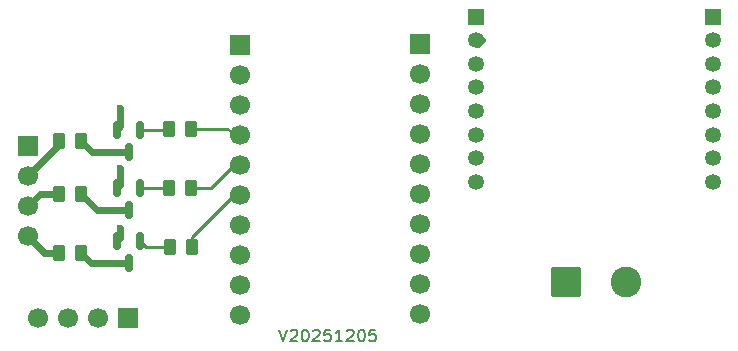
<source format=gbr>
%TF.GenerationSoftware,KiCad,Pcbnew,9.0.6*%
%TF.CreationDate,2025-12-05T15:02:41+01:00*%
%TF.ProjectId,KinderLight,4b696e64-6572-44c6-9967-68742e6b6963,rev?*%
%TF.SameCoordinates,Original*%
%TF.FileFunction,Copper,L1,Top*%
%TF.FilePolarity,Positive*%
%FSLAX46Y46*%
G04 Gerber Fmt 4.6, Leading zero omitted, Abs format (unit mm)*
G04 Created by KiCad (PCBNEW 9.0.6) date 2025-12-05 15:02:41*
%MOMM*%
%LPD*%
G01*
G04 APERTURE LIST*
G04 Aperture macros list*
%AMRoundRect*
0 Rectangle with rounded corners*
0 $1 Rounding radius*
0 $2 $3 $4 $5 $6 $7 $8 $9 X,Y pos of 4 corners*
0 Add a 4 corners polygon primitive as box body*
4,1,4,$2,$3,$4,$5,$6,$7,$8,$9,$2,$3,0*
0 Add four circle primitives for the rounded corners*
1,1,$1+$1,$2,$3*
1,1,$1+$1,$4,$5*
1,1,$1+$1,$6,$7*
1,1,$1+$1,$8,$9*
0 Add four rect primitives between the rounded corners*
20,1,$1+$1,$2,$3,$4,$5,0*
20,1,$1+$1,$4,$5,$6,$7,0*
20,1,$1+$1,$6,$7,$8,$9,0*
20,1,$1+$1,$8,$9,$2,$3,0*%
G04 Aperture macros list end*
%ADD10C,0.200000*%
%TA.AperFunction,NonConductor*%
%ADD11C,0.200000*%
%TD*%
%TA.AperFunction,ComponentPad*%
%ADD12C,1.700000*%
%TD*%
%TA.AperFunction,ComponentPad*%
%ADD13R,1.700000X1.700000*%
%TD*%
%TA.AperFunction,ComponentPad*%
%ADD14C,2.600000*%
%TD*%
%TA.AperFunction,ComponentPad*%
%ADD15RoundRect,0.250000X-1.050000X-1.050000X1.050000X-1.050000X1.050000X1.050000X-1.050000X1.050000X0*%
%TD*%
%TA.AperFunction,ComponentPad*%
%ADD16C,1.350000*%
%TD*%
%TA.AperFunction,ComponentPad*%
%ADD17R,1.350000X1.350000*%
%TD*%
%TA.AperFunction,SMDPad,CuDef*%
%ADD18RoundRect,0.250000X0.262500X0.450000X-0.262500X0.450000X-0.262500X-0.450000X0.262500X-0.450000X0*%
%TD*%
%TA.AperFunction,SMDPad,CuDef*%
%ADD19RoundRect,0.150000X-0.150000X0.587500X-0.150000X-0.587500X0.150000X-0.587500X0.150000X0.587500X0*%
%TD*%
%TA.AperFunction,ViaPad*%
%ADD20C,0.600000*%
%TD*%
%TA.AperFunction,Conductor*%
%ADD21C,0.600000*%
%TD*%
%TA.AperFunction,Conductor*%
%ADD22C,0.250000*%
%TD*%
%TA.AperFunction,Conductor*%
%ADD23C,0.200000*%
%TD*%
G04 APERTURE END LIST*
D10*
D11*
X99806816Y-97507219D02*
X100140149Y-98507219D01*
X100140149Y-98507219D02*
X100473482Y-97507219D01*
X100759197Y-97602457D02*
X100806816Y-97554838D01*
X100806816Y-97554838D02*
X100902054Y-97507219D01*
X100902054Y-97507219D02*
X101140149Y-97507219D01*
X101140149Y-97507219D02*
X101235387Y-97554838D01*
X101235387Y-97554838D02*
X101283006Y-97602457D01*
X101283006Y-97602457D02*
X101330625Y-97697695D01*
X101330625Y-97697695D02*
X101330625Y-97792933D01*
X101330625Y-97792933D02*
X101283006Y-97935790D01*
X101283006Y-97935790D02*
X100711578Y-98507219D01*
X100711578Y-98507219D02*
X101330625Y-98507219D01*
X101949673Y-97507219D02*
X102044911Y-97507219D01*
X102044911Y-97507219D02*
X102140149Y-97554838D01*
X102140149Y-97554838D02*
X102187768Y-97602457D01*
X102187768Y-97602457D02*
X102235387Y-97697695D01*
X102235387Y-97697695D02*
X102283006Y-97888171D01*
X102283006Y-97888171D02*
X102283006Y-98126266D01*
X102283006Y-98126266D02*
X102235387Y-98316742D01*
X102235387Y-98316742D02*
X102187768Y-98411980D01*
X102187768Y-98411980D02*
X102140149Y-98459600D01*
X102140149Y-98459600D02*
X102044911Y-98507219D01*
X102044911Y-98507219D02*
X101949673Y-98507219D01*
X101949673Y-98507219D02*
X101854435Y-98459600D01*
X101854435Y-98459600D02*
X101806816Y-98411980D01*
X101806816Y-98411980D02*
X101759197Y-98316742D01*
X101759197Y-98316742D02*
X101711578Y-98126266D01*
X101711578Y-98126266D02*
X101711578Y-97888171D01*
X101711578Y-97888171D02*
X101759197Y-97697695D01*
X101759197Y-97697695D02*
X101806816Y-97602457D01*
X101806816Y-97602457D02*
X101854435Y-97554838D01*
X101854435Y-97554838D02*
X101949673Y-97507219D01*
X102663959Y-97602457D02*
X102711578Y-97554838D01*
X102711578Y-97554838D02*
X102806816Y-97507219D01*
X102806816Y-97507219D02*
X103044911Y-97507219D01*
X103044911Y-97507219D02*
X103140149Y-97554838D01*
X103140149Y-97554838D02*
X103187768Y-97602457D01*
X103187768Y-97602457D02*
X103235387Y-97697695D01*
X103235387Y-97697695D02*
X103235387Y-97792933D01*
X103235387Y-97792933D02*
X103187768Y-97935790D01*
X103187768Y-97935790D02*
X102616340Y-98507219D01*
X102616340Y-98507219D02*
X103235387Y-98507219D01*
X104140149Y-97507219D02*
X103663959Y-97507219D01*
X103663959Y-97507219D02*
X103616340Y-97983409D01*
X103616340Y-97983409D02*
X103663959Y-97935790D01*
X103663959Y-97935790D02*
X103759197Y-97888171D01*
X103759197Y-97888171D02*
X103997292Y-97888171D01*
X103997292Y-97888171D02*
X104092530Y-97935790D01*
X104092530Y-97935790D02*
X104140149Y-97983409D01*
X104140149Y-97983409D02*
X104187768Y-98078647D01*
X104187768Y-98078647D02*
X104187768Y-98316742D01*
X104187768Y-98316742D02*
X104140149Y-98411980D01*
X104140149Y-98411980D02*
X104092530Y-98459600D01*
X104092530Y-98459600D02*
X103997292Y-98507219D01*
X103997292Y-98507219D02*
X103759197Y-98507219D01*
X103759197Y-98507219D02*
X103663959Y-98459600D01*
X103663959Y-98459600D02*
X103616340Y-98411980D01*
X105140149Y-98507219D02*
X104568721Y-98507219D01*
X104854435Y-98507219D02*
X104854435Y-97507219D01*
X104854435Y-97507219D02*
X104759197Y-97650076D01*
X104759197Y-97650076D02*
X104663959Y-97745314D01*
X104663959Y-97745314D02*
X104568721Y-97792933D01*
X105521102Y-97602457D02*
X105568721Y-97554838D01*
X105568721Y-97554838D02*
X105663959Y-97507219D01*
X105663959Y-97507219D02*
X105902054Y-97507219D01*
X105902054Y-97507219D02*
X105997292Y-97554838D01*
X105997292Y-97554838D02*
X106044911Y-97602457D01*
X106044911Y-97602457D02*
X106092530Y-97697695D01*
X106092530Y-97697695D02*
X106092530Y-97792933D01*
X106092530Y-97792933D02*
X106044911Y-97935790D01*
X106044911Y-97935790D02*
X105473483Y-98507219D01*
X105473483Y-98507219D02*
X106092530Y-98507219D01*
X106711578Y-97507219D02*
X106806816Y-97507219D01*
X106806816Y-97507219D02*
X106902054Y-97554838D01*
X106902054Y-97554838D02*
X106949673Y-97602457D01*
X106949673Y-97602457D02*
X106997292Y-97697695D01*
X106997292Y-97697695D02*
X107044911Y-97888171D01*
X107044911Y-97888171D02*
X107044911Y-98126266D01*
X107044911Y-98126266D02*
X106997292Y-98316742D01*
X106997292Y-98316742D02*
X106949673Y-98411980D01*
X106949673Y-98411980D02*
X106902054Y-98459600D01*
X106902054Y-98459600D02*
X106806816Y-98507219D01*
X106806816Y-98507219D02*
X106711578Y-98507219D01*
X106711578Y-98507219D02*
X106616340Y-98459600D01*
X106616340Y-98459600D02*
X106568721Y-98411980D01*
X106568721Y-98411980D02*
X106521102Y-98316742D01*
X106521102Y-98316742D02*
X106473483Y-98126266D01*
X106473483Y-98126266D02*
X106473483Y-97888171D01*
X106473483Y-97888171D02*
X106521102Y-97697695D01*
X106521102Y-97697695D02*
X106568721Y-97602457D01*
X106568721Y-97602457D02*
X106616340Y-97554838D01*
X106616340Y-97554838D02*
X106711578Y-97507219D01*
X107949673Y-97507219D02*
X107473483Y-97507219D01*
X107473483Y-97507219D02*
X107425864Y-97983409D01*
X107425864Y-97983409D02*
X107473483Y-97935790D01*
X107473483Y-97935790D02*
X107568721Y-97888171D01*
X107568721Y-97888171D02*
X107806816Y-97888171D01*
X107806816Y-97888171D02*
X107902054Y-97935790D01*
X107902054Y-97935790D02*
X107949673Y-97983409D01*
X107949673Y-97983409D02*
X107997292Y-98078647D01*
X107997292Y-98078647D02*
X107997292Y-98316742D01*
X107997292Y-98316742D02*
X107949673Y-98411980D01*
X107949673Y-98411980D02*
X107902054Y-98459600D01*
X107902054Y-98459600D02*
X107806816Y-98507219D01*
X107806816Y-98507219D02*
X107568721Y-98507219D01*
X107568721Y-98507219D02*
X107473483Y-98459600D01*
X107473483Y-98459600D02*
X107425864Y-98411980D01*
D12*
%TO.P,J8,4,Pin_4*%
%TO.N,Net-(J8-Pin_4)*%
X78500000Y-89580000D03*
%TO.P,J8,3,Pin_3*%
%TO.N,Net-(J8-Pin_3)*%
X78500000Y-87040000D03*
%TO.P,J8,2,Pin_2*%
%TO.N,Net-(J8-Pin_2)*%
X78500000Y-84500000D03*
D13*
%TO.P,J8,1,Pin_1*%
%TO.N,VCC 5V*%
X78500000Y-81960000D03*
%TD*%
D14*
%TO.P,J9,2,Pin_2*%
%TO.N,GND*%
X129140000Y-93490000D03*
D15*
%TO.P,J9,1,Pin_1*%
%TO.N,VCC 12V MAX*%
X124060000Y-93490000D03*
%TD*%
D16*
%TO.P,J2,8,Pin_8*%
%TO.N,GND*%
X116500000Y-85000000D03*
%TO.P,J2,7,Pin_7*%
X116500000Y-83000000D03*
%TO.P,J2,6,Pin_6*%
%TO.N,unconnected-(J2-Pin_6-Pad6)*%
X116500000Y-81000000D03*
%TO.P,J2,5,Pin_5*%
%TO.N,unconnected-(J2-Pin_5-Pad5)*%
X116500000Y-79000000D03*
%TO.P,J2,4,Pin_4*%
%TO.N,unconnected-(J2-Pin_4-Pad4)*%
X116500000Y-77000000D03*
%TO.P,J2,3,Pin_3*%
%TO.N,unconnected-(J2-Pin_3-Pad3)*%
X116500000Y-75000000D03*
%TO.P,J2,2,Pin_2*%
%TO.N,VCC 5V*%
X116500000Y-73000000D03*
D17*
%TO.P,J2,1,Pin_1*%
X116500000Y-71000000D03*
%TD*%
D16*
%TO.P,J5,8,Pin_8*%
%TO.N,GND*%
X136500000Y-85000000D03*
%TO.P,J5,7,Pin_7*%
X136500000Y-83000000D03*
%TO.P,J5,6,Pin_6*%
%TO.N,unconnected-(J5-Pin_6-Pad6)*%
X136500000Y-81000000D03*
%TO.P,J5,5,Pin_5*%
%TO.N,unconnected-(J5-Pin_5-Pad5)*%
X136500000Y-79000000D03*
%TO.P,J5,4,Pin_4*%
%TO.N,unconnected-(J5-Pin_4-Pad4)*%
X136500000Y-77000000D03*
%TO.P,J5,3,Pin_3*%
%TO.N,unconnected-(J5-Pin_3-Pad3)*%
X136500000Y-75000000D03*
%TO.P,J5,2,Pin_2*%
%TO.N,VCC 12V MAX*%
X136500000Y-73000000D03*
D17*
%TO.P,J5,1,Pin_1*%
X136500000Y-71000000D03*
%TD*%
D13*
%TO.P,J4,1,Pin_1*%
%TO.N,VCC 5V*%
X111760000Y-73340000D03*
D12*
%TO.P,J4,2,Pin_2*%
%TO.N,GND*%
X111760000Y-75880000D03*
%TO.P,J4,3,Pin_3*%
%TO.N,Net-(J4-Pin_3)*%
X111760000Y-78420000D03*
%TO.P,J4,4,Pin_4*%
%TO.N,unconnected-(J4-Pin_4-Pad4)*%
X111760000Y-80960000D03*
%TO.P,J4,5,Pin_5*%
%TO.N,unconnected-(J4-Pin_5-Pad5)*%
X111760000Y-83500000D03*
%TO.P,J4,6,Pin_6*%
%TO.N,unconnected-(J4-Pin_6-Pad6)*%
X111760000Y-86040000D03*
%TO.P,J4,7,Pin_7*%
%TO.N,/I2C SCL*%
X111760000Y-88580000D03*
%TO.P,J4,8,Pin_8*%
%TO.N,/I2C SDA*%
X111760000Y-91120000D03*
%TO.P,J4,9,Pin_9*%
%TO.N,unconnected-(J4-Pin_9-Pad9)*%
X111760000Y-93660000D03*
%TO.P,J4,10,Pin_10*%
%TO.N,unconnected-(J4-Pin_10-Pad10)*%
X111760000Y-96200000D03*
%TD*%
D18*
%TO.P,R5,1*%
%TO.N,Net-(Q2-D)*%
X83000000Y-86000000D03*
%TO.P,R5,2*%
%TO.N,Net-(J8-Pin_3)*%
X81175000Y-86000000D03*
%TD*%
D13*
%TO.P,J3,1,Pin_1*%
%TO.N,unconnected-(J3-Pin_1-Pad1)*%
X96520000Y-73380000D03*
D12*
%TO.P,J3,2,Pin_2*%
%TO.N,unconnected-(J3-Pin_2-Pad2)*%
X96520000Y-75920000D03*
%TO.P,J3,3,Pin_3*%
%TO.N,unconnected-(J3-Pin_3-Pad3)*%
X96520000Y-78460000D03*
%TO.P,J3,4,Pin_4*%
%TO.N,/PWM_RED*%
X96520000Y-81000000D03*
%TO.P,J3,5,Pin_5*%
%TO.N,/PWM_GREEN*%
X96520000Y-83540000D03*
%TO.P,J3,6,Pin_6*%
%TO.N,/PWM_BLUE*%
X96520000Y-86080000D03*
%TO.P,J3,7,Pin_7*%
%TO.N,unconnected-(J3-Pin_7-Pad7)*%
X96520000Y-88620000D03*
%TO.P,J3,8,Pin_8*%
%TO.N,unconnected-(J3-Pin_8-Pad8)*%
X96520000Y-91160000D03*
%TO.P,J3,9,Pin_9*%
%TO.N,unconnected-(J3-Pin_9-Pad9)*%
X96520000Y-93700000D03*
%TO.P,J3,10,Pin_10*%
%TO.N,unconnected-(J3-Pin_10-Pad10)*%
X96520000Y-96240000D03*
%TD*%
D19*
%TO.P,Q1,1,G*%
%TO.N,Net-(Q1-G)*%
X88000000Y-80562500D03*
%TO.P,Q1,2,S*%
%TO.N,GND*%
X86100000Y-80562500D03*
%TO.P,Q1,3,D*%
%TO.N,Net-(Q1-D)*%
X87050000Y-82437500D03*
%TD*%
%TO.P,Q2,1,G*%
%TO.N,Net-(Q2-G)*%
X88000000Y-85500000D03*
%TO.P,Q2,2,S*%
%TO.N,GND*%
X86100000Y-85500000D03*
%TO.P,Q2,3,D*%
%TO.N,Net-(Q2-D)*%
X87050000Y-87375000D03*
%TD*%
D18*
%TO.P,R6,1*%
%TO.N,Net-(Q3-D)*%
X83000000Y-91000000D03*
%TO.P,R6,2*%
%TO.N,Net-(J8-Pin_4)*%
X81175000Y-91000000D03*
%TD*%
%TO.P,R2,1*%
%TO.N,/PWM_GREEN*%
X92325000Y-85500000D03*
%TO.P,R2,2*%
%TO.N,Net-(Q2-G)*%
X90500000Y-85500000D03*
%TD*%
D13*
%TO.P,J7,1,Pin_1*%
%TO.N,Net-(J4-Pin_3)*%
X87040000Y-96500000D03*
D12*
%TO.P,J7,2,Pin_2*%
%TO.N,GND*%
X84500000Y-96500000D03*
%TO.P,J7,3,Pin_3*%
%TO.N,/I2C SCL*%
X81960000Y-96500000D03*
%TO.P,J7,4,Pin_4*%
%TO.N,/I2C SDA*%
X79420000Y-96500000D03*
%TD*%
D18*
%TO.P,R4,1*%
%TO.N,Net-(Q1-D)*%
X83000000Y-81500000D03*
%TO.P,R4,2*%
%TO.N,Net-(J8-Pin_2)*%
X81175000Y-81500000D03*
%TD*%
%TO.P,R1,1*%
%TO.N,/PWM_RED*%
X92325000Y-80500000D03*
%TO.P,R1,2*%
%TO.N,Net-(Q1-G)*%
X90500000Y-80500000D03*
%TD*%
%TO.P,R3,1*%
%TO.N,/PWM_BLUE*%
X92412500Y-90500000D03*
%TO.P,R3,2*%
%TO.N,Net-(Q3-G)*%
X90587500Y-90500000D03*
%TD*%
D19*
%TO.P,Q3,1,G*%
%TO.N,Net-(Q3-G)*%
X88000000Y-90000000D03*
%TO.P,Q3,2,S*%
%TO.N,GND*%
X86100000Y-90000000D03*
%TO.P,Q3,3,D*%
%TO.N,Net-(Q3-D)*%
X87050000Y-91875000D03*
%TD*%
D20*
%TO.N,GND*%
X86360000Y-83820000D03*
X86360000Y-78740000D03*
X86360000Y-88900000D03*
%TD*%
D21*
%TO.N,VCC 5V*%
X116660000Y-73340000D02*
X117000000Y-73000000D01*
%TO.N,GND*%
X86360000Y-85240000D02*
X86100000Y-85500000D01*
X86360000Y-88900000D02*
X86360000Y-89740000D01*
X86360000Y-78740000D02*
X86360000Y-80302500D01*
X86360000Y-80302500D02*
X86100000Y-80562500D01*
X86360000Y-83820000D02*
X86360000Y-85240000D01*
X86360000Y-89740000D02*
X86100000Y-90000000D01*
D22*
%TO.N,/PWM_BLUE*%
X92412500Y-89667500D02*
X96000000Y-86080000D01*
D23*
X92412500Y-90500000D02*
X92412500Y-89667500D01*
%TO.N,/PWM_RED*%
X95500000Y-80500000D02*
X96000000Y-81000000D01*
D22*
X92325000Y-80500000D02*
X95500000Y-80500000D01*
%TO.N,/PWM_GREEN*%
X92325000Y-85500000D02*
X94040000Y-85500000D01*
X94040000Y-85500000D02*
X96000000Y-83540000D01*
D21*
%TO.N,Net-(J8-Pin_3)*%
X78500000Y-87040000D02*
X79540000Y-86000000D01*
X79540000Y-86000000D02*
X81175000Y-86000000D01*
%TO.N,Net-(J8-Pin_4)*%
X79920000Y-91000000D02*
X81175000Y-91000000D01*
X78500000Y-89580000D02*
X79920000Y-91000000D01*
D23*
%TO.N,Net-(J8-Pin_2)*%
X81175000Y-81825000D02*
X81175000Y-81500000D01*
D21*
X78500000Y-84500000D02*
X81175000Y-81825000D01*
D23*
%TO.N,Net-(Q1-G)*%
X90437500Y-80562500D02*
X90500000Y-80500000D01*
D22*
X88000000Y-80562500D02*
X90437500Y-80562500D01*
D21*
%TO.N,Net-(Q1-D)*%
X83937500Y-82437500D02*
X83000000Y-81500000D01*
X87050000Y-82437500D02*
X83937500Y-82437500D01*
%TO.N,Net-(Q2-D)*%
X87050000Y-87375000D02*
X84375000Y-87375000D01*
X84375000Y-87375000D02*
X83000000Y-86000000D01*
D22*
%TO.N,Net-(Q2-G)*%
X88000000Y-85500000D02*
X90500000Y-85500000D01*
%TO.N,Net-(Q3-G)*%
X88000000Y-90000000D02*
X88500000Y-90500000D01*
X88500000Y-90500000D02*
X90587500Y-90500000D01*
D21*
%TO.N,Net-(Q3-D)*%
X83875000Y-91875000D02*
X83000000Y-91000000D01*
X87050000Y-91875000D02*
X83875000Y-91875000D01*
%TD*%
M02*

</source>
